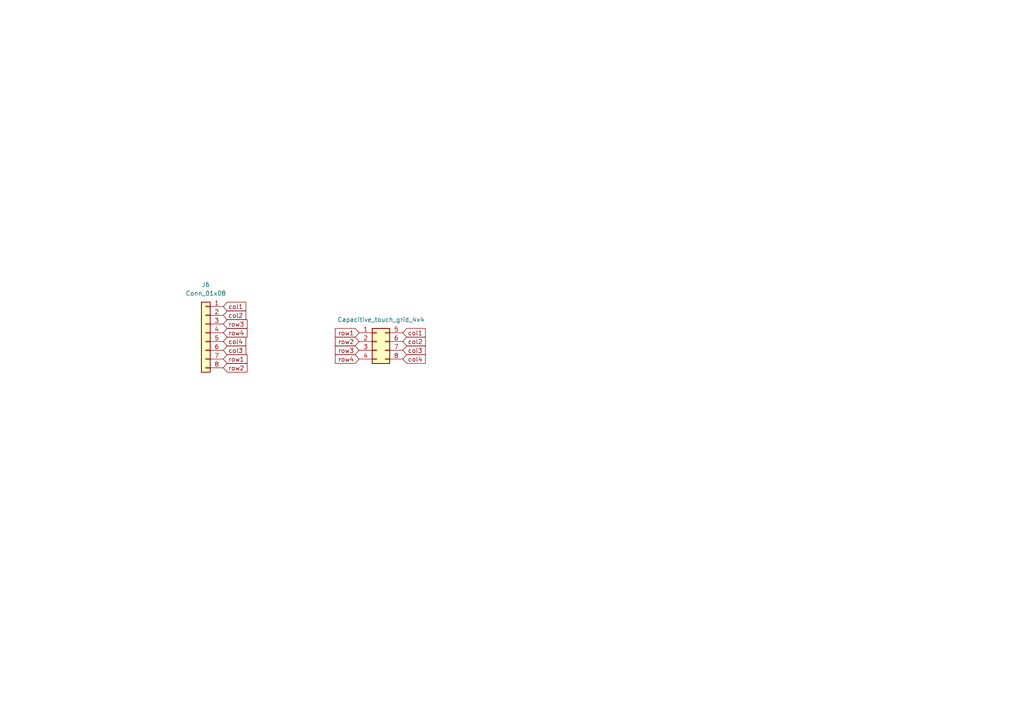
<source format=kicad_sch>
(kicad_sch (version 20250114) (generator "eeschema") (generator_version "9.0")
  (paper "A4")
  (lib_symbols
    (symbol "Connector_Generic:Conn_01x08" (pin_names (offset 1.016) (hide yes))
      (property "Reference" "J" (at 0 10.16 0))
      (property "Value" "Conn_01x08" (at 0 -12.7 0))
      (symbol "Conn_01x08_1_1"
        (rectangle (start -1.27 8.89) (end 1.27 -11.43) (stroke (width 0.254)) (fill (type background)))
        (rectangle (start -1.27 7.747) (end 0 7.493) (stroke (width 0.1524)))
        (rectangle (start -1.27 5.207) (end 0 4.953) (stroke (width 0.1524)))
        (rectangle (start -1.27 2.667) (end 0 2.413) (stroke (width 0.1524)))
        (rectangle (start -1.27 0.127) (end 0 -0.127) (stroke (width 0.1524)))
        (rectangle (start -1.27 -2.413) (end 0 -2.667) (stroke (width 0.1524)))
        (rectangle (start -1.27 -4.953) (end 0 -5.207) (stroke (width 0.1524)))
        (rectangle (start -1.27 -7.493) (end 0 -7.747) (stroke (width 0.1524)))
        (rectangle (start -1.27 -10.033) (end 0 -10.287) (stroke (width 0.1524)))
        (pin passive line (at -5.08 7.62 0) (length 3.81) (name "Pin_1") (number "1"))
        (pin passive line (at -5.08 5.08 0) (length 3.81) (name "Pin_2") (number "2"))
        (pin passive line (at -5.08 2.54 0) (length 3.81) (name "Pin_3") (number "3"))
        (pin passive line (at -5.08 0 0) (length 3.81) (name "Pin_4") (number "4"))
        (pin passive line (at -5.08 -2.54 0) (length 3.81) (name "Pin_5") (number "5"))
        (pin passive line (at -5.08 -5.08 0) (length 3.81) (name "Pin_6") (number "6"))
        (pin passive line (at -5.08 -7.62 0) (length 3.81) (name "Pin_7") (number "7"))
        (pin passive line (at -5.08 -10.16 0) (length 3.81) (name "Pin_8") (number "8"))
      )
    )
    (symbol "Connector_Generic:Conn_02x04_Top_Bottom" (pin_names (offset 1.016) (hide yes))
      (property "Reference" "J" (at 1.27 5.08 0))
      (property "Value" "Conn_02x04_Top_Bottom" (at 1.27 -7.62 0))
      (symbol "Conn_02x04_Top_Bottom_1_1"
        (rectangle (start -1.27 3.81) (end 3.81 -6.35) (stroke (width 0.254)) (fill (type background)))
        (rectangle (start -1.27 2.667) (end 0 2.413) (stroke (width 0.1524)))
        (rectangle (start -1.27 0.127) (end 0 -0.127) (stroke (width 0.1524)))
        (rectangle (start -1.27 -2.413) (end 0 -2.667) (stroke (width 0.1524)))
        (rectangle (start -1.27 -4.953) (end 0 -5.207) (stroke (width 0.1524)))
        (rectangle (start 3.81 2.667) (end 2.54 2.413) (stroke (width 0.1524)))
        (rectangle (start 3.81 0.127) (end 2.54 -0.127) (stroke (width 0.1524)))
        (rectangle (start 3.81 -2.413) (end 2.54 -2.667) (stroke (width 0.1524)))
        (rectangle (start 3.81 -4.953) (end 2.54 -5.207) (stroke (width 0.1524)))
        (pin passive line (at -5.08 2.54 0) (length 3.81) (name "Pin_1") (number "1"))
        (pin passive line (at -5.08 0 0) (length 3.81) (name "Pin_2") (number "2"))
        (pin passive line (at -5.08 -2.54 0) (length 3.81) (name "Pin_3") (number "3"))
        (pin passive line (at -5.08 -5.08 0) (length 3.81) (name "Pin_4") (number "4"))
        (pin passive line (at 7.62 2.54 180) (length 3.81) (name "Pin_5") (number "5"))
        (pin passive line (at 7.62 0 180) (length 3.81) (name "Pin_6") (number "6"))
        (pin passive line (at 7.62 -2.54 180) (length 3.81) (name "Pin_7") (number "7"))
        (pin passive line (at 7.62 -5.08 180) (length 3.81) (name "Pin_8") (number "8"))
      )
    )
  )
  (global_label "row1" (shape input) (at 104.14 96.52 180) (property "Intersheetrefs" "${INTERSHEET_REFS}" (effects (hide yes))))
  (global_label "col4" (shape input) (at 116.84 104.14 0) (property "Intersheetrefs" "${INTERSHEET_REFS}" (effects (hide yes))))
  (global_label "row3" (shape input) (at 104.14 101.6 180) (property "Intersheetrefs" "${INTERSHEET_REFS}" (effects (hide yes))))
  (global_label "col4" (shape input) (at 64.77 99.06 0) (property "Intersheetrefs" "${INTERSHEET_REFS}" (effects (hide yes))))
  (global_label "col2" (shape input) (at 116.84 99.06 0) (property "Intersheetrefs" "${INTERSHEET_REFS}" (effects (hide yes))))
  (global_label "row3" (shape input) (at 64.77 93.98 0) (property "Intersheetrefs" "${INTERSHEET_REFS}" (effects (hide yes))))
  (global_label "col3" (shape input) (at 116.84 101.6 0) (property "Intersheetrefs" "${INTERSHEET_REFS}" (effects (hide yes))))
  (global_label "col3" (shape input) (at 64.77 101.6 0) (property "Intersheetrefs" "${INTERSHEET_REFS}" (effects (hide yes))))
  (global_label "col1" (shape input) (at 116.84 96.52 0) (property "Intersheetrefs" "${INTERSHEET_REFS}" (effects (hide yes))))
  (global_label "row2" (shape input) (at 64.77 106.68 0) (property "Intersheetrefs" "${INTERSHEET_REFS}" (effects (hide yes))))
  (global_label "row4" (shape input) (at 64.77 96.52 0) (property "Intersheetrefs" "${INTERSHEET_REFS}" (effects (hide yes))))
  (global_label "col2" (shape input) (at 64.77 91.44 0) (property "Intersheetrefs" "${INTERSHEET_REFS}" (effects (hide yes))))
  (global_label "row1" (shape input) (at 64.77 104.14 0) (property "Intersheetrefs" "${INTERSHEET_REFS}" (effects (hide yes))))
  (global_label "row4" (shape input) (at 104.14 104.14 180) (property "Intersheetrefs" "${INTERSHEET_REFS}" (effects (hide yes))))
  (global_label "col1" (shape input) (at 64.77 88.9 0) (property "Intersheetrefs" "${INTERSHEET_REFS}" (effects (hide yes))))
  (global_label "row2" (shape input) (at 104.14 99.06 180) (property "Intersheetrefs" "${INTERSHEET_REFS}" (effects (hide yes))))
  (symbol (lib_id "Connector_Generic:Conn_01x08") (at 59.69 96.52 0) (mirror y) (unit 1)
    (property "Reference" "J6" (at 59.69 82.55 0))
    (property "Value" "Conn_01x08" (at 59.69 85.09 0))
    (property "Footprint" "capacitive_touch:esp32_s3_partial" (effects (hide yes)))
    (property "Description" "Generic connector, single row, 01x08, script generated (kicad-library-utils/schlib/autogen/connector/)" (effects (hide yes)))
  )
  (symbol (lib_id "Connector_Generic:Conn_02x04_Top_Bottom") (at 109.22 99.06 0) (unit 1)
    (property "Reference" "J4" (effects (hide yes)))
    (property "Value" "Capacitive_touch_grid_4x4" (at 110.49 92.71 0))
    (property "Footprint" "capacitive_touch:grid_4x4" (effects (hide yes)))
    (property "Description" "Generic connector, double row, 02x04, top/bottom pin numbering scheme (row 1: 1...pins_per_row, row2: pins_per_row+1 ... num_pins), script generated (kicad-library-utils/schlib/autogen/connector/)" (effects (hide yes)))
  )
)
</source>
